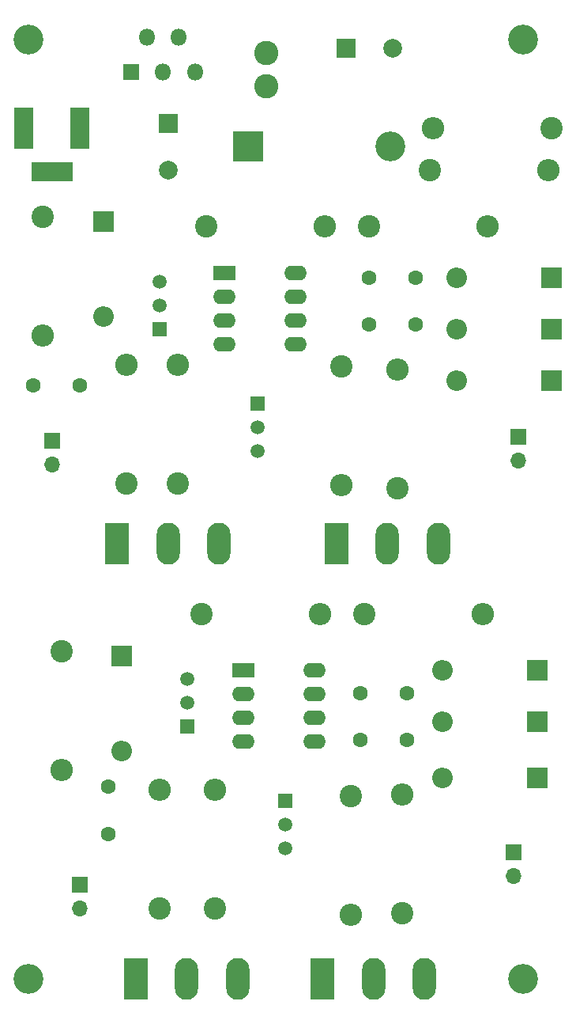
<source format=gbr>
%TF.GenerationSoftware,KiCad,Pcbnew,5.1.7-a382d34a8~88~ubuntu20.04.1*%
%TF.CreationDate,2021-03-10T12:52:40+00:00*%
%TF.ProjectId,spike_n_hold,7370696b-655f-46e5-9f68-6f6c642e6b69,rev?*%
%TF.SameCoordinates,Original*%
%TF.FileFunction,Soldermask,Top*%
%TF.FilePolarity,Negative*%
%FSLAX46Y46*%
G04 Gerber Fmt 4.6, Leading zero omitted, Abs format (unit mm)*
G04 Created by KiCad (PCBNEW 5.1.7-a382d34a8~88~ubuntu20.04.1) date 2021-03-10 12:52:40*
%MOMM*%
%LPD*%
G01*
G04 APERTURE LIST*
%ADD10C,3.200000*%
%ADD11R,2.200000X2.200000*%
%ADD12O,2.200000X2.200000*%
%ADD13C,1.600000*%
%ADD14C,2.000000*%
%ADD15R,2.000000X2.000000*%
%ADD16R,3.200000X3.200000*%
%ADD17O,3.200000X3.200000*%
%ADD18R,1.700000X1.700000*%
%ADD19O,1.700000X1.700000*%
%ADD20R,4.500000X2.000000*%
%ADD21R,2.000000X4.500000*%
%ADD22C,2.600000*%
%ADD23O,2.500000X4.500000*%
%ADD24R,2.500000X4.500000*%
%ADD25C,2.400000*%
%ADD26O,2.400000X2.400000*%
%ADD27R,2.400000X1.600000*%
%ADD28O,2.400000X1.600000*%
%ADD29C,1.500000*%
%ADD30R,1.500000X1.500000*%
%ADD31R,1.800000X1.800000*%
%ADD32O,1.800000X1.800000*%
G04 APERTURE END LIST*
D10*
%TO.C,H3*%
X162000000Y-37500000D03*
%TD*%
D11*
%TO.C,D4*%
X117000000Y-57000000D03*
D12*
X117000000Y-67160000D03*
%TD*%
D13*
%TO.C,C1*%
X117500000Y-117500000D03*
X117500000Y-122500000D03*
%TD*%
%TO.C,C2*%
X109500000Y-74500000D03*
X114500000Y-74500000D03*
%TD*%
%TO.C,C3*%
X144500000Y-112500000D03*
X149500000Y-112500000D03*
%TD*%
%TO.C,C4*%
X145500000Y-68000000D03*
X150500000Y-68000000D03*
%TD*%
%TO.C,C5*%
X144500000Y-107500000D03*
X149500000Y-107500000D03*
%TD*%
%TO.C,C6*%
X150500000Y-63000000D03*
X145500000Y-63000000D03*
%TD*%
D14*
%TO.C,C11*%
X124000000Y-51500000D03*
D15*
X124000000Y-46500000D03*
%TD*%
%TO.C,C15*%
X143000000Y-38500000D03*
D14*
X148000000Y-38500000D03*
%TD*%
D12*
%TO.C,D1*%
X153340000Y-105000000D03*
D11*
X163500000Y-105000000D03*
%TD*%
%TO.C,D2*%
X165000000Y-63000000D03*
D12*
X154840000Y-63000000D03*
%TD*%
%TO.C,D3*%
X119000000Y-113660000D03*
D11*
X119000000Y-103500000D03*
%TD*%
D12*
%TO.C,D5*%
X153340000Y-110500000D03*
D11*
X163500000Y-110500000D03*
%TD*%
D12*
%TO.C,D6*%
X154840000Y-68500000D03*
D11*
X165000000Y-68500000D03*
%TD*%
%TO.C,D7*%
X163500000Y-116500000D03*
D12*
X153340000Y-116500000D03*
%TD*%
%TO.C,D8*%
X154840000Y-74000000D03*
D11*
X165000000Y-74000000D03*
%TD*%
D16*
%TO.C,D17*%
X132500000Y-49000000D03*
D17*
X147740000Y-49000000D03*
%TD*%
D18*
%TO.C,J1*%
X114500000Y-128000000D03*
D19*
X114500000Y-130540000D03*
%TD*%
D18*
%TO.C,J2*%
X111500000Y-80500000D03*
D19*
X111500000Y-83040000D03*
%TD*%
D18*
%TO.C,J3*%
X161000000Y-124500000D03*
D19*
X161000000Y-127040000D03*
%TD*%
%TO.C,J4*%
X161500000Y-82540000D03*
D18*
X161500000Y-80000000D03*
%TD*%
D20*
%TO.C,J9*%
X111500000Y-51700000D03*
D21*
X114500000Y-47000000D03*
X108500000Y-47000000D03*
%TD*%
D22*
%TO.C,L1*%
X134500000Y-42500000D03*
X134500000Y-39000000D03*
%TD*%
D23*
%TO.C,Q1*%
X151400000Y-138000000D03*
X145950000Y-138000000D03*
D24*
X140500000Y-138000000D03*
%TD*%
%TO.C,Q2*%
X142000000Y-91500000D03*
D23*
X147450000Y-91500000D03*
X152900000Y-91500000D03*
%TD*%
%TO.C,Q7*%
X131400000Y-138000000D03*
X125950000Y-138000000D03*
D24*
X120500000Y-138000000D03*
%TD*%
D23*
%TO.C,Q8*%
X129400000Y-91500000D03*
X123950000Y-91500000D03*
D24*
X118500000Y-91500000D03*
%TD*%
D25*
%TO.C,R1*%
X149000000Y-131000000D03*
D26*
X149000000Y-118300000D03*
%TD*%
%TO.C,R2*%
X148500000Y-72800000D03*
D25*
X148500000Y-85500000D03*
%TD*%
D26*
%TO.C,R3*%
X143500000Y-131200000D03*
D25*
X143500000Y-118500000D03*
%TD*%
%TO.C,R4*%
X142500000Y-72500000D03*
D26*
X142500000Y-85200000D03*
%TD*%
%TO.C,R5*%
X112500000Y-115700000D03*
D25*
X112500000Y-103000000D03*
%TD*%
%TO.C,R6*%
X110500000Y-56500000D03*
D26*
X110500000Y-69200000D03*
%TD*%
%TO.C,R7*%
X129000000Y-117800000D03*
D25*
X129000000Y-130500000D03*
%TD*%
%TO.C,R8*%
X125000000Y-85000000D03*
D26*
X125000000Y-72300000D03*
%TD*%
D25*
%TO.C,R9*%
X127500000Y-99000000D03*
D26*
X140200000Y-99000000D03*
%TD*%
%TO.C,R10*%
X140700000Y-57500000D03*
D25*
X128000000Y-57500000D03*
%TD*%
%TO.C,R11*%
X123000000Y-130500000D03*
D26*
X123000000Y-117800000D03*
%TD*%
%TO.C,R12*%
X119500000Y-72300000D03*
D25*
X119500000Y-85000000D03*
%TD*%
D26*
%TO.C,R13*%
X157700000Y-99000000D03*
D25*
X145000000Y-99000000D03*
%TD*%
%TO.C,R14*%
X145500000Y-57500000D03*
D26*
X158200000Y-57500000D03*
%TD*%
D27*
%TO.C,U1*%
X132000000Y-105000000D03*
D28*
X139620000Y-112620000D03*
X132000000Y-107540000D03*
X139620000Y-110080000D03*
X132000000Y-110080000D03*
X139620000Y-107540000D03*
X132000000Y-112620000D03*
X139620000Y-105000000D03*
%TD*%
D27*
%TO.C,U2*%
X130000000Y-62500000D03*
D28*
X137620000Y-70120000D03*
X130000000Y-65040000D03*
X137620000Y-67580000D03*
X130000000Y-67580000D03*
X137620000Y-65040000D03*
X130000000Y-70120000D03*
X137620000Y-62500000D03*
%TD*%
D29*
%TO.C,Q3*%
X126000000Y-108460000D03*
X126000000Y-105920000D03*
D30*
X126000000Y-111000000D03*
%TD*%
%TO.C,Q4*%
X123000000Y-68500000D03*
D29*
X123000000Y-63420000D03*
X123000000Y-65960000D03*
%TD*%
D30*
%TO.C,Q5*%
X136500000Y-119000000D03*
D29*
X136500000Y-124080000D03*
X136500000Y-121540000D03*
%TD*%
D30*
%TO.C,Q6*%
X133500000Y-76500000D03*
D29*
X133500000Y-81580000D03*
X133500000Y-79040000D03*
%TD*%
D26*
%TO.C,R15*%
X152300000Y-47000000D03*
D25*
X165000000Y-47000000D03*
%TD*%
%TO.C,R16*%
X152000000Y-51500000D03*
D26*
X164700000Y-51500000D03*
%TD*%
D31*
%TO.C,U5*%
X120000000Y-41000000D03*
D32*
X121700000Y-37300000D03*
X123400000Y-41000000D03*
X125100000Y-37300000D03*
X126800000Y-41000000D03*
%TD*%
D10*
%TO.C,H1*%
X109000000Y-37500000D03*
%TD*%
%TO.C,H2*%
X109000000Y-138000000D03*
%TD*%
%TO.C,H4*%
X162000000Y-138000000D03*
%TD*%
M02*

</source>
